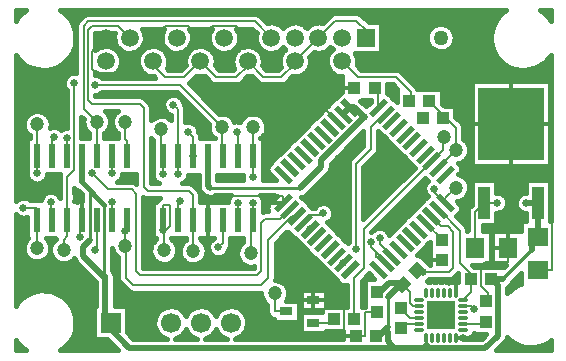
<source format=gbr>
G04 DipTrace 2.4.0.2*
%INTop.gbr*%
%MOIN*%
%ADD14C,0.007*%
%ADD16C,0.02*%
%ADD17C,0.014*%
%ADD18C,0.01*%
%ADD19C,0.015*%
%ADD20C,0.013*%
%ADD21R,0.0433X0.0394*%
%ADD22R,0.0394X0.0433*%
%ADD23R,0.063X0.0709*%
%ADD24R,0.0709X0.063*%
%ADD25C,0.05*%
%ADD26R,0.05X0.05*%
%ADD27R,0.0591X0.0591*%
%ADD28C,0.0591*%
%ADD29R,0.0669X0.0669*%
%ADD30C,0.0669*%
%ADD32R,0.0413X0.0256*%
%ADD33C,0.0472*%
%ADD35R,0.0394X0.1083*%
%ADD36R,0.2185X0.2421*%
%ADD38O,0.0118X0.0335*%
%ADD39O,0.0335X0.0118*%
%ADD40R,0.0965X0.0965*%
%ADD41R,0.0236X0.0787*%
%ADD42C,0.025*%
%FSLAX44Y44*%
G04*
G70*
G90*
G75*
G01*
%LNTop*%
%LPD*%
X17393Y12562D2*
D14*
X17437D1*
Y12875D1*
X16937Y13375D1*
X15675D1*
X15150Y13900D1*
X18937Y10937D2*
Y11687D1*
X18625Y12000D1*
X18062Y12562D1*
X18365Y10356D2*
Y10365D1*
X18937Y10937D1*
X18500Y12000D2*
X18625D1*
X14187Y5187D2*
X14768D1*
X14893Y5312D1*
X17697Y5341D2*
X17427D1*
X17098Y5669D1*
X4527Y9024D2*
X4984D1*
Y8622D1*
X4982Y7675D1*
X9676Y10137D2*
Y10726D1*
Y12295D1*
X9525Y12446D1*
X16361Y12361D2*
Y12870D1*
X16231Y13000D1*
X18479Y7934D2*
Y7960D1*
X17920Y8519D1*
X12906Y6163D2*
Y5561D1*
X13281D1*
X12906Y6163D2*
D3*
X15562Y5312D2*
Y6687D1*
X15875Y7000D1*
Y8311D1*
X18142Y10579D1*
Y10580D1*
X18500Y10937D1*
Y11312D1*
X18562Y11375D1*
X19193Y5144D2*
X19881D1*
X19962Y5225D1*
X18142Y8742D2*
Y8720D1*
X18452Y8410D1*
X18663D1*
X18849Y8224D1*
Y7002D1*
X18719Y6872D1*
X17708D1*
X17644Y6935D1*
X19555Y5626D2*
X19538D1*
X19430Y5734D1*
X19193D1*
X17644Y6935D2*
X17833Y6872D1*
X19455Y6642D2*
Y6193D1*
X19193Y5931D1*
X19455Y6642D2*
Y6806D1*
X19075Y7186D1*
Y8255D1*
X18365Y8964D1*
X18223Y9645D2*
Y9551D1*
X18588Y9187D1*
Y9338D1*
X18937Y9687D1*
X16105Y7873D2*
Y7713D1*
X16432Y7385D1*
X16285D1*
Y7533D1*
X16635Y7183D1*
X16583D1*
X16285Y7533D2*
Y7543D1*
X7927Y11868D2*
Y11304D1*
X7984Y11247D1*
Y10748D1*
X7927Y11868D2*
D3*
X6900Y7598D2*
X6984Y7682D1*
Y8622D1*
X10017Y11545D2*
X10176Y11386D1*
Y10726D1*
X12176Y9189D2*
Y8600D1*
X12105D1*
Y7502D1*
X14078Y8296D2*
D3*
X9176Y10137D2*
Y10726D1*
X14508Y8830D2*
Y8776D1*
X14086D1*
X13855Y8545D1*
Y8519D1*
X9176Y10726D2*
X9119D1*
Y11635D1*
X7928Y7745D2*
Y8230D1*
Y8622D1*
X7984D1*
X7928Y8230D1*
X13632Y8742D2*
X13492D1*
X12687Y7937D1*
Y6687D1*
X12437Y6437D1*
X8187D1*
X7937Y6687D1*
Y7736D1*
X7928Y7745D1*
X6819Y10160D2*
X7349Y9631D1*
X8130D1*
X8270Y9491D1*
Y6901D1*
X8410Y6761D1*
X12307D1*
X12447Y6901D1*
Y8509D1*
X12587Y8649D1*
X13064D1*
X13410Y8994D1*
Y8964D1*
X4984Y10748D2*
X4987Y11794D1*
X4984Y10160D2*
Y10748D1*
X12176Y11707D2*
Y10726D1*
Y10044D1*
X7484Y10748D2*
Y10160D1*
Y9211D2*
Y8849D1*
Y8622D1*
X5984Y10748D2*
Y11337D1*
X5549Y11372D2*
X5484Y11307D1*
Y10748D1*
X5436Y9211D2*
Y8897D1*
X5484Y8849D1*
Y8622D1*
X11630Y11558D2*
X11676Y11512D1*
Y10726D1*
X16404Y8001D2*
Y7816D1*
X16806Y7414D1*
Y7405D1*
X9736Y9229D2*
X9676Y9169D1*
Y8600D1*
X11676Y9189D2*
Y8600D1*
X9176D2*
Y9099D1*
X9406D1*
Y8405D1*
X9281Y8280D1*
X9176Y8600D1*
Y8280D1*
Y8184D1*
X9205Y8155D1*
Y7593D1*
X11025Y7697D2*
X11176Y7847D1*
Y8600D1*
X6984Y10748D2*
Y10975D1*
X6973Y10985D1*
Y11878D1*
X6542Y12310D1*
Y15087D1*
X6682Y15227D1*
X12247D1*
X12787Y14687D1*
X6214Y13174D2*
Y10275D1*
X5984Y10045D1*
Y8622D1*
Y8074D1*
X5868Y7958D1*
Y7616D1*
X6912Y13109D2*
X9750D1*
X11151Y11709D1*
Y10978D1*
X11176Y10952D1*
Y10726D1*
X10184Y7584D2*
X10176Y8600D1*
Y9441D1*
X10036Y9581D1*
X8679D1*
X8539Y9721D1*
Y12343D1*
X8399Y12483D1*
X6822D1*
X6682Y12623D1*
Y14947D1*
X6822Y15087D1*
X7663D1*
X8063Y14687D1*
X21687Y8039D2*
D16*
Y9175D1*
X21681Y9181D1*
X20125Y6642D2*
X20521D1*
D17*
X21474Y7596D1*
D16*
Y7827D1*
X21687Y8039D1*
X21681Y9181D2*
X21288D1*
X21281Y9175D1*
X17697Y5734D2*
D14*
X17517D1*
X17417Y5835D1*
Y6216D1*
X17171Y6462D1*
X17953Y4691D2*
D18*
Y4448D1*
D16*
X18055Y4346D1*
X19928D1*
X20330Y4748D1*
Y6437D1*
X20125Y6642D1*
X17171Y6462D2*
X17100D1*
X16688Y6051D1*
D18*
Y5051D1*
D16*
X16520Y4883D1*
X16664D1*
Y4576D1*
X16894Y4346D1*
X18055D1*
X7437Y5187D2*
Y4971D1*
X8061Y4346D1*
X16894D1*
X15191Y12138D2*
X15414Y12361D1*
X15552D1*
X15874Y12038D1*
X16268Y4748D2*
X16385D1*
X16520Y4883D1*
X16306Y6225D2*
X16419D1*
X16714Y6520D1*
X17114D1*
X17171Y6462D1*
X15874Y12038D2*
X14456Y10621D1*
Y10383D1*
X13762Y9688D1*
D18*
X10740D1*
D16*
X10676Y9752D1*
Y10726D1*
X7437Y5187D2*
Y5288D1*
X7254Y5472D1*
Y6741D1*
D18*
X7225D1*
Y9122D1*
D19*
X6484Y9863D1*
D16*
Y10748D1*
D14*
X6448D1*
Y9905D1*
X6738Y9616D1*
D18*
Y7932D1*
D16*
X6529Y7723D1*
Y7410D1*
X7258Y6680D1*
D14*
Y5187D1*
X7437D1*
X19585Y7687D2*
Y8880D1*
X19886Y9181D1*
X15937Y14687D2*
Y14937D1*
X15625Y15250D1*
X14925D1*
X14362Y14687D1*
X13575Y13900D1*
Y13825D1*
X13125Y13375D1*
X12525D1*
X12000Y13900D1*
Y13750D1*
X11625Y13375D1*
X10950D1*
X10425Y13900D1*
X10400D1*
X9875Y13375D1*
X9250D1*
X8724Y13900D1*
X8850D1*
X19886Y9181D2*
X20306D1*
X20312Y9187D1*
X10676Y7131D2*
Y8600D1*
X16306Y5556D2*
X15921D1*
Y4748D1*
X15599D1*
X20000Y5856D2*
Y6178D1*
X19777Y6401D1*
Y7062D1*
X19917Y7202D1*
X20687D1*
Y7687D1*
X14362Y13900D2*
Y13140D1*
X14502Y13000D1*
X14861D1*
X15562D1*
X8850Y14687D2*
X9251Y15087D1*
X10025D1*
X10425Y14687D1*
X7276D2*
X6822Y14233D1*
Y13639D1*
X6962Y13499D1*
X7663D1*
X8063Y13900D1*
X18437Y13687D2*
X16996D1*
X16784Y13900D1*
X15937D1*
X17098Y5000D2*
D3*
X20687Y7687D2*
X20188D1*
Y8290D1*
X20328Y8430D1*
X20783D1*
Y8290D1*
X21013D1*
Y9827D1*
X21153Y9967D1*
X22150D1*
Y6937D1*
X21687D1*
X6412Y8034D2*
Y8325D1*
X6484Y8396D1*
Y8622D1*
X19191Y4691D2*
X18937D1*
X14187Y12226D2*
X14466D1*
X14636D1*
X14969Y11893D1*
Y11915D1*
X10676Y8600D2*
Y9283D1*
X10816Y9423D1*
X13187D1*
Y9187D1*
X15191Y5935D2*
X14187D1*
X15599Y4748D2*
X15214D1*
Y5912D1*
X15191Y5935D1*
X20783Y8430D2*
Y11819D1*
X10425Y14687D2*
X10825Y15087D1*
X11600D1*
X12000Y14687D1*
X17098Y5000D2*
Y5144D1*
X17697D1*
X18707Y6549D2*
X18812D1*
X18937Y6424D1*
Y6187D1*
X18479Y7264D2*
D3*
X19962Y5894D2*
X20000D1*
Y5856D1*
X15599Y4748D2*
D3*
X17830Y12000D2*
D3*
X15191Y7183D2*
D3*
X14466Y12226D2*
Y12604D1*
X14861Y13000D1*
X15617Y7643D2*
Y10475D1*
X16104Y10963D1*
Y11705D1*
X16252Y11853D1*
X16262D1*
X16583Y12174D1*
Y12138D1*
D42*
X20312Y9187D3*
X18223Y9645D3*
X21281Y9175D3*
X15874Y12038D3*
X4527Y9024D3*
X9525Y12446D3*
X9676Y10137D3*
X12906Y6163D3*
X19555Y5626D3*
X17833Y6872D3*
X16105Y7873D3*
X7927Y11868D3*
X6900Y7598D3*
X10176Y10726D3*
X10017Y11545D3*
X14078Y8296D3*
X12176Y9189D3*
X14508Y8830D3*
X9176Y10137D3*
X7928Y8230D3*
X6819Y10160D3*
X4984D3*
X12176Y10044D3*
X7484Y10160D3*
Y9211D3*
X5984Y11337D3*
X5549Y11372D3*
X5436Y9211D3*
X11630Y11558D3*
X16404Y8001D3*
X9736Y9229D3*
X11676Y9189D3*
X9176Y8280D3*
X11025Y7697D3*
X6214Y13174D3*
X6912Y13109D3*
X15874Y12038D3*
X21281Y9175D3*
X14187Y12226D3*
X15191Y5935D3*
Y7183D3*
X10676Y7131D3*
X18479Y7264D3*
X20000Y5856D3*
X17098Y5000D3*
X15599Y4748D3*
X6412Y8034D3*
X18707Y6549D3*
X19191Y4691D3*
X17830Y12000D3*
X15617Y7643D3*
X4287Y15453D2*
D19*
X4418D1*
X5957D2*
X6571D1*
X12358D2*
X14772D1*
X15777D2*
X20416D1*
X21958D2*
X22087D1*
X6083Y15305D2*
X6396D1*
X12533D2*
X14618D1*
X15932D2*
X20292D1*
X6170Y15156D2*
X6290D1*
X12993D2*
X13371D1*
X13780D2*
X14156D1*
X16457D2*
X20203D1*
X6229Y15007D2*
X6281D1*
X16457D2*
X18091D1*
X18784D2*
X20144D1*
X8554Y14859D2*
X9147D1*
X10129D2*
X10722D1*
X11704D2*
X12253D1*
X16457D2*
X17995D1*
X18880D2*
X20109D1*
X6944Y14710D2*
X7542D1*
X8584D2*
X9117D1*
X10159D2*
X10692D1*
X11734D2*
X12267D1*
X16457D2*
X17962D1*
X18913D2*
X20095D1*
X6944Y14561D2*
X7558D1*
X8568D2*
X9133D1*
X10143D2*
X10708D1*
X11718D2*
X12283D1*
X16457D2*
X17978D1*
X18894D2*
X20104D1*
X6944Y14413D2*
X7624D1*
X8502D2*
X9199D1*
X10077D2*
X10771D1*
X11652D2*
X12346D1*
X16457D2*
X18051D1*
X18822D2*
X20132D1*
X6191Y14264D2*
X6280D1*
X7642D2*
X7771D1*
X8355D2*
X8484D1*
X9217D2*
X9344D1*
X9930D2*
X10059D1*
X10792D2*
X10919D1*
X11505D2*
X11634D1*
X12367D2*
X12494D1*
X13080D2*
X13209D1*
X14655D2*
X14784D1*
X16457D2*
X18239D1*
X18634D2*
X20182D1*
X6114Y14115D2*
X6281D1*
X7748D2*
X8378D1*
X9323D2*
X9953D1*
X10898D2*
X11526D1*
X12473D2*
X13101D1*
X14153D2*
X14676D1*
X15623D2*
X20261D1*
X4287Y13966D2*
X4373D1*
X6001D2*
X6281D1*
X7792D2*
X8334D1*
X9367D2*
X9909D1*
X10942D2*
X11484D1*
X12517D2*
X13059D1*
X14092D2*
X14634D1*
X15667D2*
X20374D1*
X22002D2*
X22088D1*
X4287Y13818D2*
X4537D1*
X5837D2*
X6281D1*
X7790D2*
X8336D1*
X9365D2*
X9911D1*
X10940D2*
X11486D1*
X12515D2*
X13061D1*
X14090D2*
X14636D1*
X15665D2*
X20538D1*
X21836D2*
X22087D1*
X4287Y13669D2*
X4823D1*
X5551D2*
X6281D1*
X7741D2*
X8386D1*
X9318D2*
X9806D1*
X11019D2*
X11536D1*
X12592D2*
X13057D1*
X14041D2*
X14683D1*
X15742D2*
X20824D1*
X21552D2*
X22087D1*
X4287Y13520D2*
X6281D1*
X7626D2*
X8500D1*
X13926D2*
X14800D1*
X17153D2*
X22087D1*
X4287Y13372D2*
X5927D1*
X7136D2*
X8889D1*
X10234D2*
X10591D1*
X11985D2*
X12166D1*
X13485D2*
X15119D1*
X17303D2*
X22087D1*
X4287Y13223D2*
X5866D1*
X10087D2*
X10739D1*
X11835D2*
X12314D1*
X13335D2*
X15119D1*
X17451D2*
X19464D1*
X4287Y13074D2*
X5878D1*
X10148D2*
X15119D1*
X16673D2*
X16875D1*
X17601D2*
X19464D1*
X4287Y12926D2*
X5953D1*
X10298D2*
X15119D1*
X16673D2*
X16950D1*
X18505D2*
X19464D1*
X4287Y12777D2*
X5953D1*
X6974D2*
X9454D1*
X9598D2*
X9719D1*
X10445D2*
X15016D1*
X16759D2*
X16950D1*
X18505D2*
X19464D1*
X4287Y12628D2*
X5953D1*
X8617D2*
X9229D1*
X9822D2*
X9869D1*
X10593D2*
X14871D1*
X16905D2*
X16951D1*
X18505D2*
X19464D1*
X4287Y12480D2*
X5953D1*
X8758D2*
X9175D1*
X9873D2*
X10017D1*
X10743D2*
X14718D1*
X15887D2*
X16026D1*
X18508D2*
X19464D1*
X4287Y12331D2*
X5953D1*
X8800D2*
X9194D1*
X9934D2*
X10167D1*
X10891D2*
X14571D1*
X18941D2*
X19464D1*
X4287Y12182D2*
X4750D1*
X5223D2*
X5953D1*
X7316D2*
X7593D1*
X8800D2*
X9302D1*
X9937D2*
X10314D1*
X11041D2*
X14425D1*
X18941D2*
X19464D1*
X4287Y12034D2*
X4596D1*
X5380D2*
X5953D1*
X7408D2*
X7497D1*
X8800D2*
X8901D1*
X9337D2*
X9414D1*
X9937D2*
X10464D1*
X11472D2*
X11857D1*
X12496D2*
X14273D1*
X18953D2*
X19464D1*
X4287Y11885D2*
X4535D1*
X5439D2*
X5953D1*
X9937D2*
X10612D1*
X12601D2*
X14123D1*
X19101D2*
X19464D1*
X4287Y11736D2*
X4530D1*
X5446D2*
X5953D1*
X6475D2*
X6533D1*
X7412D2*
X7486D1*
X10307D2*
X10689D1*
X12637D2*
X13978D1*
X19192D2*
X19464D1*
X4287Y11587D2*
X4575D1*
X6475D2*
X6618D1*
X7328D2*
X7565D1*
X10366D2*
X10706D1*
X12623D2*
X13828D1*
X19197D2*
X19464D1*
X4287Y11439D2*
X4701D1*
X6475D2*
X6712D1*
X7234D2*
X7666D1*
X10431D2*
X10778D1*
X12550D2*
X13678D1*
X15728D2*
X15843D1*
X16366D2*
X16471D1*
X19197D2*
X19464D1*
X4287Y11290D2*
X4640D1*
X12519D2*
X13532D1*
X15580D2*
X15843D1*
X16366D2*
X16617D1*
X19227D2*
X19464D1*
X4287Y11141D2*
X4640D1*
X12519D2*
X13380D1*
X15433D2*
X15843D1*
X16366D2*
X16767D1*
X19349D2*
X19464D1*
X4287Y10993D2*
X4640D1*
X12519D2*
X13232D1*
X15283D2*
X15771D1*
X16366D2*
X16914D1*
X19396D2*
X19466D1*
X4287Y10844D2*
X4640D1*
X12519D2*
X13087D1*
X15135D2*
X15623D1*
X16335D2*
X17062D1*
X19389D2*
X19465D1*
X4287Y10695D2*
X4640D1*
X12519D2*
X12935D1*
X14985D2*
X15473D1*
X16199D2*
X17212D1*
X19328D2*
X19464D1*
X4287Y10547D2*
X4640D1*
X12519D2*
X12785D1*
X14837D2*
X15365D1*
X16051D2*
X17362D1*
X19169D2*
X19464D1*
X4287Y10398D2*
X4640D1*
X12519D2*
X12658D1*
X14781D2*
X15356D1*
X15901D2*
X17510D1*
X19117D2*
X19464D1*
X4287Y10249D2*
X4640D1*
X12519D2*
X12651D1*
X14753D2*
X15356D1*
X15878D2*
X17451D1*
X19124D2*
X22087D1*
X4287Y10101D2*
X4638D1*
X5329D2*
X5730D1*
X7830D2*
X8278D1*
X10026D2*
X10350D1*
X11001D2*
X11831D1*
X12522D2*
X12768D1*
X14629D2*
X15356D1*
X15878D2*
X17301D1*
X19122D2*
X22087D1*
X4287Y9952D2*
X4706D1*
X5263D2*
X5723D1*
X7762D2*
X8278D1*
X8800D2*
X8879D1*
X9972D2*
X10350D1*
X11001D2*
X11838D1*
X12515D2*
X12916D1*
X14481D2*
X15356D1*
X15878D2*
X17153D1*
X17877D2*
X17955D1*
X19312D2*
X22087D1*
X4287Y9803D2*
X5723D1*
X10157D2*
X10350D1*
X14331D2*
X15356D1*
X15878D2*
X17003D1*
X17730D2*
X17913D1*
X19384D2*
X19464D1*
X20308D2*
X21257D1*
X4287Y9655D2*
X5723D1*
X14183D2*
X15356D1*
X15878D2*
X16856D1*
X17580D2*
X17873D1*
X19398D2*
X19462D1*
X20308D2*
X21257D1*
X4287Y9506D2*
X5259D1*
X5612D2*
X5723D1*
X6245D2*
X6421D1*
X14033D2*
X15356D1*
X15878D2*
X16706D1*
X17432D2*
X17903D1*
X19361D2*
X19462D1*
X20432D2*
X21211D1*
X4287Y9357D2*
X4467D1*
X4586D2*
X5118D1*
X6245D2*
X6461D1*
X10436D2*
X11369D1*
X12482D2*
X12904D1*
X13832D2*
X15356D1*
X15878D2*
X16558D1*
X17284D2*
X17943D1*
X19253D2*
X19462D1*
X20617D2*
X20986D1*
X8530Y9208D2*
X8941D1*
X10436D2*
X11325D1*
X12526D2*
X12757D1*
X13980D2*
X15356D1*
X15878D2*
X16408D1*
X17134D2*
X17796D1*
X19019D2*
X19462D1*
X20662D2*
X20932D1*
X8530Y9060D2*
X8831D1*
X12519D2*
X12649D1*
X14127D2*
X14250D1*
X14767D2*
X15356D1*
X15878D2*
X16261D1*
X16987D2*
X17648D1*
X19126D2*
X19401D1*
X20638D2*
X20950D1*
X8530Y8911D2*
X8831D1*
X12519D2*
X12663D1*
X14849D2*
X15356D1*
X15878D2*
X16113D1*
X16837D2*
X17498D1*
X19110D2*
X19326D1*
X20519D2*
X21058D1*
X8530Y8762D2*
X8831D1*
X14851D2*
X15356D1*
X15878D2*
X15963D1*
X16689D2*
X17348D1*
X18976D2*
X19324D1*
X20308D2*
X21257D1*
X4287Y8614D2*
X4640D1*
X8530D2*
X8831D1*
X14781D2*
X15356D1*
X16539D2*
X17200D1*
X19077D2*
X19324D1*
X20308D2*
X21257D1*
X4287Y8465D2*
X4640D1*
X8530D2*
X8831D1*
X14723D2*
X15356D1*
X16391D2*
X17053D1*
X19227D2*
X19326D1*
X20308D2*
X21107D1*
X4287Y8316D2*
X4640D1*
X8530D2*
X8826D1*
X14873D2*
X15356D1*
X16534D2*
X16903D1*
X19846D2*
X21107D1*
X4287Y8168D2*
X4640D1*
X8530D2*
X8831D1*
X13281D2*
X13392D1*
X15020D2*
X15356D1*
X4287Y8019D2*
X4640D1*
X8530D2*
X8831D1*
X13131D2*
X13549D1*
X15170D2*
X15356D1*
X4287Y7870D2*
X4565D1*
X5399D2*
X5484D1*
X8530D2*
X8840D1*
X9571D2*
X9825D1*
X10541D2*
X10722D1*
X11437D2*
X11838D1*
X12983D2*
X13689D1*
X4287Y7722D2*
X4523D1*
X8530D2*
X8763D1*
X9648D2*
X9743D1*
X10623D2*
X10677D1*
X11401D2*
X11702D1*
X12948D2*
X13837D1*
X17936D2*
X18056D1*
X4287Y7573D2*
X4532D1*
X8530D2*
X8744D1*
X9667D2*
X9722D1*
X10644D2*
X10697D1*
X11352D2*
X11648D1*
X12948D2*
X13996D1*
X17779D2*
X18056D1*
X4287Y7424D2*
X4596D1*
X5366D2*
X5448D1*
X7501D2*
X7603D1*
X8530D2*
X8777D1*
X9634D2*
X9752D1*
X10616D2*
X10814D1*
X11237D2*
X11650D1*
X12948D2*
X14135D1*
X17748D2*
X18056D1*
X4287Y7276D2*
X4767D1*
X5198D2*
X5564D1*
X6173D2*
X6232D1*
X7501D2*
X7675D1*
X8530D2*
X8875D1*
X9536D2*
X9846D1*
X10523D2*
X11704D1*
X12948D2*
X14285D1*
X17924D2*
X18056D1*
X4287Y7127D2*
X6356D1*
X7501D2*
X7675D1*
X8530D2*
X11847D1*
X12948D2*
X14442D1*
X4287Y6978D2*
X6506D1*
X7501D2*
X7675D1*
X12948D2*
X14582D1*
X4287Y6829D2*
X6653D1*
X7567D2*
X7675D1*
X12948D2*
X14730D1*
X4287Y6681D2*
X6803D1*
X7583D2*
X7675D1*
X12948D2*
X14889D1*
X15918D2*
X16188D1*
X18887D2*
X19012D1*
X20971D2*
X21107D1*
X4287Y6532D2*
X6928D1*
X7579D2*
X7732D1*
X13173D2*
X15028D1*
X15822D2*
X15883D1*
X20826D2*
X21107D1*
X4287Y6383D2*
X6928D1*
X7579D2*
X7877D1*
X13309D2*
X15302D1*
X15822D2*
X15883D1*
X20708D2*
X20911D1*
X4287Y6235D2*
X4926D1*
X5448D2*
X6928D1*
X7579D2*
X8032D1*
X13361D2*
X13755D1*
X14619D2*
X15302D1*
X15822D2*
X15883D1*
X20655D2*
X20701D1*
X4287Y6086D2*
X4579D1*
X5793D2*
X6928D1*
X7579D2*
X12450D1*
X13361D2*
X13755D1*
X14619D2*
X15302D1*
X15822D2*
X15883D1*
X4287Y5937D2*
X4401D1*
X5973D2*
X6928D1*
X7579D2*
X12503D1*
X13307D2*
X13755D1*
X14619D2*
X15302D1*
X15822D2*
X15883D1*
X6095Y5789D2*
X6928D1*
X7579D2*
X12644D1*
X14619D2*
X15302D1*
X15822D2*
X15883D1*
X6177Y5640D2*
X6876D1*
X7998D2*
X9119D1*
X9756D2*
X10118D1*
X10757D2*
X11118D1*
X11755D2*
X12644D1*
X6233Y5491D2*
X6876D1*
X7998D2*
X8969D1*
X9904D2*
X9970D1*
X10905D2*
X10968D1*
X11905D2*
X12656D1*
X6266Y5343D2*
X6876D1*
X7998D2*
X8899D1*
X11976D2*
X12778D1*
X6278Y5194D2*
X6876D1*
X7998D2*
X8878D1*
X11997D2*
X13755D1*
X6269Y5045D2*
X6876D1*
X7998D2*
X8896D1*
X11978D2*
X13755D1*
X6238Y4896D2*
X6876D1*
X7998D2*
X8960D1*
X9913D2*
X9960D1*
X11915D2*
X13755D1*
X14619D2*
X15157D1*
X6184Y4748D2*
X6876D1*
X8113D2*
X9098D1*
X9775D2*
X10099D1*
X10776D2*
X11100D1*
X11776D2*
X15157D1*
X19499D2*
X19875D1*
X6105Y4599D2*
X7354D1*
X20617D2*
X20746D1*
X4287Y4450D2*
X4387D1*
X5987D2*
X7502D1*
X20488D2*
X20993D1*
X21883D2*
X22087D1*
X4287Y4302D2*
X4561D1*
X5814D2*
X7652D1*
X20338D2*
X22087D1*
X15989Y12592D2*
X15759D1*
X15959Y12393D1*
X16115Y12553D1*
Y12593D1*
X15804Y12594D1*
X15135Y12867D2*
Y13394D1*
X15045Y13404D1*
X14974Y13425D1*
X14905Y13456D1*
X14843Y13497D1*
X14787Y13547D1*
X14738Y13604D1*
X14699Y13668D1*
X14670Y13737D1*
X14651Y13810D1*
X14644Y13884D1*
X14647Y13959D1*
X14661Y14033D1*
X14686Y14103D1*
X14721Y14170D1*
X14766Y14230D1*
X14832Y14293D1*
X14758Y14368D1*
X14681Y14294D1*
X14620Y14251D1*
X14553Y14218D1*
X14481Y14195D1*
X14407Y14183D1*
X14332Y14182D1*
X14224Y14201D1*
X14060Y14037D1*
X14080Y13930D1*
X14075Y13825D1*
X14059Y13752D1*
X14032Y13682D1*
X13995Y13617D1*
X13948Y13558D1*
X13894Y13507D1*
X13832Y13464D1*
X13765Y13431D1*
X13694Y13408D1*
X13620Y13395D1*
X13545Y13394D1*
X13496Y13401D1*
X13298Y13201D1*
X13238Y13156D1*
X13147Y13130D1*
X12525Y13129D1*
X12451Y13140D1*
X12368Y13185D1*
X12137Y13414D1*
X12045Y13395D1*
X11991D1*
X11798Y13201D1*
X11738Y13156D1*
X11647Y13130D1*
X10950Y13129D1*
X10876Y13140D1*
X10793Y13185D1*
X10563Y13414D1*
X10470Y13395D1*
X10395Y13394D1*
X10321Y13404D1*
X10269Y13419D1*
X10033Y13187D1*
X10030Y13177D1*
X11059Y12148D1*
X11143Y12156D1*
X11218Y12151D1*
X11291Y12133D1*
X11360Y12104D1*
X11423Y12063D1*
X11478Y12013D1*
X11525Y11954D1*
X11561Y11886D1*
X11622Y11894D1*
X11696Y11887D1*
X11761Y11867D1*
X11795Y11940D1*
X11839Y12001D1*
X11893Y12053D1*
X11955Y12096D1*
X12023Y12127D1*
X12095Y12147D1*
X12169Y12154D1*
X12244Y12149D1*
X12317Y12132D1*
X12386Y12102D1*
X12449Y12062D1*
X12504Y12011D1*
X12550Y11952D1*
X12586Y11887D1*
X12610Y11816D1*
X12624Y11707D1*
X12617Y11633D1*
X12599Y11560D1*
X12568Y11492D1*
X12527Y11429D1*
X12475Y11375D1*
X12422Y11330D1*
X12505Y11331D1*
X12503Y10122D1*
X12512Y10044D1*
X12497Y9950D1*
X12936Y9949D1*
X12718Y10165D1*
X12675Y10227D1*
X12657Y10299D1*
X12664Y10373D1*
X12699Y10442D1*
X12859Y10604D1*
X12893Y10631D1*
X12993Y10739D1*
X13113Y10853D1*
X13163Y10909D1*
X13336Y11076D1*
X13386Y11132D1*
X13559Y11298D1*
X13609Y11354D1*
X13782Y11521D1*
X13831Y11577D1*
X14004Y11744D1*
X14054Y11800D1*
X14227Y11967D1*
X14277Y12023D1*
X14450Y12189D1*
X14487Y12232D1*
X14661Y12404D1*
X14687Y12420D1*
X14722Y12468D1*
X14895Y12635D1*
X14945Y12691D1*
X15118Y12857D1*
X15120Y12858D1*
X16659Y13128D2*
Y12857D1*
X16744Y12777D1*
X16857Y12657D1*
X16913Y12607D1*
X16965Y12556D1*
Y12970D1*
X16996D1*
X16834Y13130D1*
X16658Y13129D1*
X18071Y7118D2*
Y7869D1*
X17993Y7799D1*
X17943Y7743D1*
X17770Y7577D1*
X17721Y7521D1*
X17643Y7438D1*
X17717Y7430D1*
X17785Y7396D1*
X17966Y7218D1*
X18068Y7117D1*
X19941Y4797D2*
X19554D1*
Y4851D1*
X19531Y4804D1*
X19483Y4747D1*
X19421Y4705D1*
X19350Y4681D1*
X19301Y4677D1*
X19205D1*
X19207Y4657D1*
X19801D1*
X19939Y4797D1*
X15172Y4657D2*
X15170Y4904D1*
X14605D1*
Y4848D1*
X13769D1*
Y5526D1*
X14465D1*
Y5596D1*
X13769D1*
Y6274D1*
X14605D1*
Y5719D1*
X15315Y5720D1*
X15316Y6444D1*
X15280Y6434D1*
X15205Y6431D1*
X15134Y6453D1*
X15084Y6491D1*
X14917Y6664D1*
X14874Y6701D1*
X14702Y6875D1*
X14686Y6900D1*
X14639Y6936D1*
X14472Y7109D1*
X14416Y7159D1*
X14249Y7332D1*
X14193Y7381D1*
X14026Y7555D1*
X13970Y7604D1*
X13804Y7777D1*
X13748Y7827D1*
X13581Y8000D1*
X13525Y8050D1*
X13358Y8223D1*
X13294Y8196D1*
X12931Y7834D1*
X12933Y7037D1*
Y6687D1*
X12921Y6611D1*
X13046Y6587D1*
X13115Y6558D1*
X13178Y6517D1*
X13233Y6467D1*
X13280Y6408D1*
X13315Y6342D1*
X13339Y6271D1*
X13353Y6163D1*
X13347Y6088D1*
X13328Y6015D1*
X13297Y5947D1*
X13265Y5898D1*
X13699Y5900D1*
Y5222D1*
X12864D1*
Y5318D1*
X12774Y5353D1*
X12718Y5402D1*
X12679Y5466D1*
X12660Y5561D1*
Y5788D1*
X12592Y5844D1*
X12543Y5901D1*
X12505Y5965D1*
X12477Y6035D1*
X12462Y6108D1*
X12460Y6192D1*
X10187Y6191D1*
X8187D1*
X8113Y6202D1*
X8030Y6248D1*
X7763Y6513D1*
X7719Y6573D1*
X7692Y6664D1*
X7691Y7364D1*
X7615Y7426D1*
X7566Y7483D1*
X7527Y7547D1*
X7500Y7617D1*
X7486Y7683D1*
Y6949D1*
X7528Y6887D1*
X7555Y6817D1*
X7569Y6699D1*
X7565Y6516D1*
X7566Y5733D1*
X7983D1*
Y4863D1*
X8189Y4658D1*
X9306Y4657D1*
X9248Y4675D1*
X9180Y4706D1*
X9116Y4746D1*
X9059Y4794D1*
X9008Y4849D1*
X8966Y4911D1*
X8933Y4979D1*
X8909Y5050D1*
X8895Y5123D1*
X8892Y5198D1*
X8898Y5273D1*
X8915Y5346D1*
X8942Y5416D1*
X8978Y5481D1*
X9022Y5542D1*
X9075Y5595D1*
X9134Y5641D1*
X9199Y5678D1*
X9269Y5706D1*
X9342Y5724D1*
X9416Y5732D1*
X9491Y5730D1*
X9565Y5717D1*
X9636Y5695D1*
X9704Y5663D1*
X9767Y5622D1*
X9823Y5572D1*
X9872Y5516D1*
X9913Y5453D1*
X9936Y5404D1*
X9978Y5481D1*
X10022Y5542D1*
X10075Y5595D1*
X10134Y5641D1*
X10199Y5678D1*
X10269Y5706D1*
X10342Y5724D1*
X10416Y5732D1*
X10491Y5730D1*
X10565Y5717D1*
X10636Y5695D1*
X10704Y5663D1*
X10767Y5622D1*
X10823Y5572D1*
X10872Y5516D1*
X10913Y5453D1*
X10936Y5404D1*
X10978Y5481D1*
X11022Y5542D1*
X11075Y5595D1*
X11134Y5641D1*
X11199Y5678D1*
X11269Y5706D1*
X11342Y5724D1*
X11416Y5732D1*
X11491Y5730D1*
X11565Y5717D1*
X11636Y5695D1*
X11704Y5663D1*
X11767Y5622D1*
X11823Y5572D1*
X11872Y5516D1*
X11913Y5453D1*
X11945Y5385D1*
X11968Y5314D1*
X11983Y5187D1*
X11977Y5112D1*
X11962Y5039D1*
X11937Y4968D1*
X11902Y4902D1*
X11859Y4841D1*
X11807Y4786D1*
X11749Y4739D1*
X11685Y4701D1*
X11616Y4672D1*
X11564Y4657D1*
X15170D1*
X15898Y5720D2*
Y6652D1*
X16229D1*
X16053Y6830D1*
X15808Y6585D1*
X15810Y5720D1*
X15896D1*
X15898Y5947D1*
X20176Y8252D2*
X21122D1*
Y8565D1*
X21274D1*
X21273Y8839D1*
X21210Y8846D1*
X21139Y8870D1*
X21075Y8910D1*
X21021Y8962D1*
X20981Y9025D1*
X20955Y9095D1*
X20946Y9169D1*
X20953Y9244D1*
X20976Y9315D1*
X21015Y9379D1*
X21067Y9433D1*
X21129Y9474D1*
X21199Y9500D1*
X21276Y9510D1*
X21273Y9854D1*
Y9933D1*
X22089D1*
Y8567D1*
X22104Y8565D1*
X22102Y9297D1*
X22100Y14118D1*
X22012Y13996D1*
X21908Y13888D1*
X21791Y13796D1*
X21661Y13721D1*
X21522Y13664D1*
X21377Y13628D1*
X21228Y13611D1*
X21078Y13616D1*
X20930Y13642D1*
X20787Y13688D1*
X20653Y13753D1*
X20528Y13836D1*
X20416Y13936D1*
X20319Y14050D1*
X20239Y14177D1*
X20178Y14314D1*
X20135Y14457D1*
X20114Y14606D1*
X20113Y14756D1*
X20133Y14904D1*
X20173Y15049D1*
X20233Y15186D1*
X20312Y15313D1*
X20407Y15429D1*
X20518Y15530D1*
X20620Y15601D1*
X17827Y15602D1*
X5754D1*
X5841Y15542D1*
X5953Y15443D1*
X6051Y15329D1*
X6132Y15203D1*
X6194Y15066D1*
X6237Y14923D1*
X6260Y14775D1*
X6261Y14612D1*
X6240Y14464D1*
X6199Y14320D1*
X6138Y14183D1*
X6059Y14055D1*
X5962Y13940D1*
X5851Y13840D1*
X5727Y13756D1*
X5592Y13690D1*
X5450Y13643D1*
X5302Y13617D1*
X5153Y13611D1*
X5004Y13626D1*
X4858Y13662D1*
X4719Y13718D1*
X4589Y13792D1*
X4470Y13884D1*
X4366Y13991D1*
X4271Y14122D1*
X4272Y10277D1*
Y9243D1*
X4312Y9283D1*
X4374Y9324D1*
X4444Y9350D1*
X4519Y9360D1*
X4593Y9354D1*
X4664Y9331D1*
X4729Y9293D1*
X4751Y9272D1*
X4984Y9270D1*
X5047Y9262D1*
X5107Y9280D1*
X5130Y9351D1*
X5169Y9416D1*
X5221Y9469D1*
X5283Y9511D1*
X5353Y9537D1*
X5428Y9547D1*
X5502Y9540D1*
X5573Y9518D1*
X5638Y9479D1*
X5692Y9428D1*
X5738Y9355D1*
Y10045D1*
X5756Y10138D1*
X5738Y10144D1*
X5318D1*
X5311Y10085D1*
X5287Y10015D1*
X5247Y9951D1*
X5194Y9898D1*
X5131Y9858D1*
X5061Y9833D1*
X4987Y9824D1*
X4912Y9832D1*
X4841Y9856D1*
X4777Y9895D1*
X4724Y9947D1*
X4683Y10010D1*
X4657Y10080D1*
X4648Y10154D1*
X4655Y10294D1*
Y11353D1*
X4742D1*
X4731Y11427D1*
X4674Y11475D1*
X4625Y11532D1*
X4586Y11596D1*
X4559Y11666D1*
X4543Y11739D1*
X4541Y11814D1*
X4550Y11888D1*
X4572Y11960D1*
X4606Y12027D1*
X4650Y12087D1*
X4704Y12139D1*
X4765Y12182D1*
X4833Y12213D1*
X4906Y12233D1*
X4980Y12241D1*
X5055Y12236D1*
X5128Y12218D1*
X5197Y12189D1*
X5260Y12148D1*
X5315Y12098D1*
X5361Y12039D1*
X5397Y11973D1*
X5421Y11902D1*
X5434Y11794D1*
X5428Y11719D1*
X5418Y11680D1*
X5467Y11698D1*
X5541Y11708D1*
X5616Y11701D1*
X5687Y11679D1*
X5751Y11640D1*
X5787Y11607D1*
X5832Y11637D1*
X5902Y11663D1*
X5969Y11672D1*
X5968Y12944D1*
X5913Y13024D1*
X5887Y13094D1*
X5878Y13169D1*
X5885Y13243D1*
X5909Y13314D1*
X5947Y13378D1*
X5999Y13432D1*
X6062Y13473D1*
X6132Y13500D1*
X6206Y13510D1*
X6296Y13498D1*
Y15087D1*
X6307Y15161D1*
X6353Y15245D1*
X6508Y15401D1*
X6568Y15445D1*
X6659Y15472D1*
X8932Y15473D1*
X12247D1*
X12321Y15462D1*
X12404Y15416D1*
X12648Y15174D1*
X12727Y15190D1*
X12802Y15193D1*
X12877Y15185D1*
X12949Y15167D1*
X13018Y15138D1*
X13082Y15099D1*
X13140Y15051D1*
X13182Y15003D1*
X13244Y15070D1*
X13304Y15115D1*
X13370Y15150D1*
X13441Y15175D1*
X13515Y15190D1*
X13589Y15193D1*
X13664Y15185D1*
X13737Y15167D1*
X13806Y15138D1*
X13870Y15099D1*
X13927Y15051D1*
X13969Y15003D1*
X14031Y15070D1*
X14092Y15115D1*
X14158Y15150D1*
X14228Y15175D1*
X14302Y15190D1*
X14377Y15193D1*
X14451Y15185D1*
X14499Y15173D1*
X14751Y15423D1*
X14811Y15468D1*
X14902Y15494D1*
X15625Y15495D1*
X15698Y15484D1*
X15782Y15439D1*
X16031Y15193D1*
X16443D1*
Y14181D1*
X15569D1*
X15593Y14144D1*
X15624Y14076D1*
X15645Y14004D1*
X15656Y13900D1*
X15650Y13825D1*
X15636Y13763D1*
X15776Y13621D1*
X16937Y13620D1*
X17011Y13609D1*
X17094Y13564D1*
X17611Y13048D1*
X17656Y12986D1*
X17710Y12970D1*
X18489D1*
Y12480D1*
X18566Y12406D1*
X18927Y12407D1*
Y12044D1*
X19111Y11861D1*
X19155Y11801D1*
X19182Y11710D1*
X19183Y11310D1*
X19265Y11241D1*
X19311Y11182D1*
X19347Y11116D1*
X19371Y11045D1*
X19384Y10937D1*
X19378Y10862D1*
X19359Y10790D1*
X19329Y10721D1*
X19287Y10659D1*
X19236Y10604D1*
X19176Y10559D1*
X19110Y10525D1*
X19022Y10499D1*
X19057Y10464D1*
X19100Y10402D1*
X19118Y10330D1*
X19111Y10256D1*
X19076Y10187D1*
X19019Y10127D1*
X19077Y10112D1*
X19146Y10082D1*
X19209Y10042D1*
X19265Y9991D1*
X19311Y9932D1*
X19347Y9866D1*
X19371Y9795D1*
X19384Y9687D1*
X19378Y9612D1*
X19359Y9540D1*
X19329Y9471D1*
X19287Y9409D1*
X19236Y9354D1*
X19176Y9309D1*
X19110Y9275D1*
X19038Y9252D1*
X18971Y9242D1*
X19057Y9155D1*
X19100Y9094D1*
X19118Y9022D1*
X19111Y8947D1*
X19076Y8879D1*
X18938Y8737D1*
X19249Y8428D1*
X19293Y8368D1*
X19320Y8277D1*
X19321Y8252D1*
X19339Y8287D1*
Y8880D1*
X19350Y8954D1*
X19396Y9037D1*
X19479Y9122D1*
X19478Y9933D1*
X20294D1*
Y9523D1*
X20379Y9516D1*
X20450Y9493D1*
X20514Y9455D1*
X20569Y9404D1*
X20610Y9342D1*
X20637Y9272D1*
X20648Y9187D1*
X20640Y9113D1*
X20615Y9042D1*
X20575Y8978D1*
X20523Y8925D1*
X20459Y8885D1*
X20389Y8860D1*
X20294Y8853D1*
Y8429D1*
X19832D1*
X19831Y8254D1*
X20111Y8252D1*
Y7122D1*
X19489D1*
X19559Y7050D1*
X19883Y7048D1*
X19847Y7050D1*
X20535Y7053D1*
X20603Y7121D1*
X20161Y7122D1*
Y8252D1*
X20176D1*
X21122Y6466D2*
Y6846D1*
X20812Y6533D1*
X20778Y6467D1*
X20728Y6411D1*
X20667Y6368D1*
X20639Y6357D1*
X20641Y6163D1*
X20768Y6280D1*
X20892Y6365D1*
X21026Y6432D1*
X21121Y6465D1*
X18892Y14612D2*
X18874Y14540D1*
X18844Y14471D1*
X18804Y14408D1*
X18754Y14352D1*
X18695Y14305D1*
X18630Y14268D1*
X18560Y14243D1*
X18486Y14229D1*
X18411Y14227D1*
X18337Y14237D1*
X18265Y14259D1*
X18198Y14293D1*
X18138Y14337D1*
X18085Y14390D1*
X18041Y14451D1*
X18008Y14518D1*
X17986Y14590D1*
X17977Y14664D1*
X17979Y14739D1*
X17993Y14812D1*
X18020Y14883D1*
X18057Y14948D1*
X18104Y15006D1*
X18160Y15055D1*
X18223Y15095D1*
X18292Y15125D1*
X18365Y15142D1*
X18440Y15148D1*
X18515Y15141D1*
X18587Y15123D1*
X18656Y15093D1*
X18719Y15052D1*
X18774Y15001D1*
X18821Y14943D1*
X18857Y14877D1*
X18882Y14807D1*
X18898Y14687D1*
X18892Y14612D1*
X13259Y14292D2*
X13212Y14334D1*
X13183Y14368D1*
X13106Y14294D1*
X13045Y14251D1*
X12978Y14218D1*
X12906Y14195D1*
X12832Y14183D1*
X12758Y14182D1*
X12683Y14192D1*
X12611Y14212D1*
X12543Y14244D1*
X12480Y14285D1*
X12424Y14334D1*
X12376Y14392D1*
X12337Y14456D1*
X12308Y14525D1*
X12289Y14597D1*
X12281Y14672D1*
X12285Y14747D1*
X12301Y14827D1*
X12145Y14982D1*
X11626Y14981D1*
X11687Y14864D1*
X11708Y14792D1*
X11719Y14687D1*
X11713Y14612D1*
X11697Y14539D1*
X11670Y14469D1*
X11632Y14404D1*
X11586Y14345D1*
X11532Y14294D1*
X11470Y14251D1*
X11403Y14218D1*
X11332Y14195D1*
X11258Y14183D1*
X11183Y14182D1*
X11108Y14192D1*
X11036Y14212D1*
X10968Y14244D1*
X10906Y14285D1*
X10850Y14334D1*
X10801Y14392D1*
X10762Y14456D1*
X10733Y14525D1*
X10714Y14597D1*
X10707Y14672D1*
X10710Y14747D1*
X10724Y14820D1*
X10749Y14891D1*
X10802Y14981D1*
X10051D1*
X10112Y14864D1*
X10133Y14792D1*
X10144Y14687D1*
X10138Y14612D1*
X10122Y14539D1*
X10095Y14469D1*
X10058Y14404D1*
X10011Y14345D1*
X9957Y14294D1*
X9895Y14251D1*
X9828Y14218D1*
X9757Y14195D1*
X9683Y14183D1*
X9608Y14182D1*
X9534Y14192D1*
X9462Y14212D1*
X9394Y14244D1*
X9331Y14285D1*
X9275Y14334D1*
X9227Y14392D1*
X9188Y14456D1*
X9158Y14525D1*
X9140Y14597D1*
X9132Y14672D1*
X9135Y14747D1*
X9149Y14820D1*
X9174Y14891D1*
X9228Y14981D1*
X8476D1*
X8537Y14864D1*
X8558Y14792D1*
X8569Y14687D1*
X8564Y14612D1*
X8547Y14539D1*
X8520Y14469D1*
X8483Y14404D1*
X8437Y14345D1*
X8382Y14294D1*
X8320Y14251D1*
X8253Y14218D1*
X8182Y14195D1*
X8108Y14183D1*
X8033Y14182D1*
X7959Y14192D1*
X7887Y14212D1*
X7819Y14244D1*
X7756Y14285D1*
X7700Y14334D1*
X7652Y14392D1*
X7613Y14456D1*
X7584Y14525D1*
X7565Y14597D1*
X7557Y14672D1*
X7560Y14747D1*
X7577Y14827D1*
X7559Y14843D1*
X6929Y14841D1*
X6928Y14265D1*
X7005Y14327D1*
X7071Y14363D1*
X7142Y14388D1*
X7215Y14402D1*
X7290Y14406D1*
X7365Y14398D1*
X7437Y14379D1*
X7506Y14350D1*
X7570Y14311D1*
X7628Y14263D1*
X7678Y14207D1*
X7719Y14144D1*
X7750Y14076D1*
X7771Y14004D1*
X7782Y13900D1*
X7776Y13825D1*
X7760Y13752D1*
X7733Y13682D1*
X7695Y13617D1*
X7649Y13558D1*
X7595Y13507D1*
X7533Y13464D1*
X7466Y13431D1*
X7395Y13408D1*
X7321Y13395D1*
X7246Y13394D1*
X7171Y13404D1*
X7099Y13425D1*
X7031Y13456D1*
X6969Y13497D1*
X6928Y13533D1*
Y13445D1*
X6979Y13439D1*
X7050Y13416D1*
X7114Y13378D1*
X7136Y13357D1*
X8712Y13355D1*
X8921D1*
X8882Y13395D1*
X8821Y13394D1*
X8746Y13404D1*
X8674Y13425D1*
X8606Y13456D1*
X8543Y13497D1*
X8487Y13547D1*
X8439Y13604D1*
X8400Y13668D1*
X8371Y13737D1*
X8352Y13810D1*
X8344Y13884D1*
X8348Y13959D1*
X8362Y14033D1*
X8387Y14103D1*
X8422Y14170D1*
X8467Y14230D1*
X8520Y14283D1*
X8580Y14327D1*
X8646Y14363D1*
X8717Y14388D1*
X8790Y14402D1*
X8865Y14406D1*
X8940Y14398D1*
X9012Y14379D1*
X9081Y14350D1*
X9145Y14311D1*
X9203Y14263D1*
X9252Y14207D1*
X9293Y14144D1*
X9325Y14076D1*
X9346Y14004D1*
X9357Y13900D1*
X9351Y13825D1*
X9335Y13752D1*
X9302Y13672D1*
X9351Y13621D1*
X9772Y13620D1*
X9934Y13782D1*
X9919Y13884D1*
X9923Y13959D1*
X9937Y14033D1*
X9962Y14103D1*
X9997Y14170D1*
X10042Y14230D1*
X10094Y14283D1*
X10155Y14327D1*
X10221Y14363D1*
X10291Y14388D1*
X10365Y14402D1*
X10440Y14406D1*
X10514Y14398D1*
X10587Y14379D1*
X10656Y14350D1*
X10720Y14311D1*
X10777Y14263D1*
X10827Y14207D1*
X10868Y14144D1*
X10900Y14076D1*
X10920Y14004D1*
X10931Y13900D1*
X10926Y13825D1*
X10912Y13763D1*
X11052Y13621D1*
X11525Y13620D1*
X11558Y13656D1*
X11521Y13737D1*
X11502Y13810D1*
X11494Y13884D1*
X11497Y13959D1*
X11512Y14033D1*
X11537Y14103D1*
X11572Y14170D1*
X11616Y14230D1*
X11669Y14283D1*
X11729Y14327D1*
X11796Y14363D1*
X11866Y14388D1*
X11940Y14402D1*
X12015Y14406D1*
X12089Y14398D1*
X12162Y14379D1*
X12231Y14350D1*
X12295Y14311D1*
X12352Y14263D1*
X12402Y14207D1*
X12443Y14144D1*
X12474Y14076D1*
X12495Y14004D1*
X12506Y13900D1*
X12501Y13825D1*
X12487Y13763D1*
X12626Y13621D1*
X13024Y13620D1*
X13108Y13706D1*
X13077Y13810D1*
X13069Y13884D1*
X13072Y13959D1*
X13086Y14033D1*
X13111Y14103D1*
X13147Y14170D1*
X13191Y14230D1*
X13257Y14293D1*
X7329Y4641D2*
X6891D1*
Y5733D1*
X6945D1*
X6943Y5997D1*
Y6557D1*
X6309Y7190D1*
X6263Y7249D1*
X6227Y7336D1*
X6218Y7338D1*
X6167Y7284D1*
X6107Y7239D1*
X6040Y7204D1*
X5969Y7181D1*
X5895Y7170D1*
X5820Y7172D1*
X5747Y7186D1*
X5676Y7212D1*
X5612Y7250D1*
X5554Y7298D1*
X5505Y7355D1*
X5467Y7419D1*
X5439Y7489D1*
X5424Y7562D1*
X5422Y7602D1*
X5404Y7528D1*
X5373Y7459D1*
X5332Y7397D1*
X5281Y7343D1*
X5221Y7297D1*
X5154Y7263D1*
X5083Y7240D1*
X5009Y7229D1*
X4934Y7230D1*
X4861Y7245D1*
X4790Y7271D1*
X4726Y7309D1*
X4668Y7356D1*
X4619Y7413D1*
X4581Y7477D1*
X4553Y7547D1*
X4538Y7621D1*
X4535Y7695D1*
X4545Y7770D1*
X4567Y7841D1*
X4600Y7908D1*
X4644Y7969D1*
X4696Y8019D1*
X4655Y8018D1*
Y8714D1*
X4603Y8697D1*
X4529Y8688D1*
X4455Y8696D1*
X4384Y8720D1*
X4320Y8759D1*
X4272Y8807D1*
Y5751D1*
X4358Y5873D1*
X4461Y5981D1*
X4578Y6075D1*
X4707Y6151D1*
X4846Y6208D1*
X4991Y6245D1*
X5140Y6262D1*
X5290Y6258D1*
X5438Y6234D1*
X5581Y6189D1*
X5716Y6124D1*
X5841Y6042D1*
X5953Y5943D1*
X6051Y5829D1*
X6132Y5703D1*
X6194Y5566D1*
X6237Y5423D1*
X6260Y5275D1*
X6261Y5112D1*
X6240Y4964D1*
X6199Y4820D1*
X6138Y4683D1*
X6059Y4555D1*
X5962Y4440D1*
X5851Y4340D1*
X5753Y4272D1*
X7696D1*
X7326Y4642D1*
X9938Y4971D2*
X9902Y4902D1*
X9859Y4841D1*
X9807Y4786D1*
X9749Y4739D1*
X9685Y4701D1*
X9616Y4672D1*
X9564Y4657D1*
X10309D1*
X10248Y4675D1*
X10180Y4706D1*
X10116Y4746D1*
X10059Y4794D1*
X10008Y4849D1*
X9966Y4911D1*
X9938Y4968D1*
X10938Y4971D2*
X10902Y4902D1*
X10859Y4841D1*
X10807Y4786D1*
X10749Y4739D1*
X10685Y4701D1*
X10616Y4672D1*
X10564Y4657D1*
X11307D1*
X11248Y4675D1*
X11180Y4706D1*
X11116Y4746D1*
X11059Y4794D1*
X11008Y4849D1*
X10966Y4911D1*
X10938Y4968D1*
X19028Y6551D2*
Y6832D1*
X18892Y6698D1*
X18832Y6654D1*
X18741Y6627D1*
X18060Y6626D1*
X17980Y6570D1*
X17965Y6564D1*
X18029Y6554D1*
X18049Y6545D1*
X18078Y6556D1*
X18152Y6565D1*
X18226Y6554D1*
X18245Y6545D1*
X18275Y6556D1*
X18349Y6565D1*
X18423Y6554D1*
X18442Y6545D1*
X18472Y6556D1*
X18546Y6565D1*
X18620Y6554D1*
X18639Y6545D1*
X18669Y6556D1*
X18743Y6565D1*
X18817Y6554D1*
X18836Y6545D1*
X18895Y6562D1*
X18955Y6565D1*
X19014Y6554D1*
X19028Y6550D1*
X12728Y9166D2*
X12984Y9422D1*
X12862Y9427D1*
X12410D1*
X12432Y9406D1*
X12474Y9343D1*
X12501Y9274D1*
X12512Y9189D1*
X12505Y9126D1*
Y8879D1*
X12564Y8894D1*
X12688Y8895D1*
X12665Y8945D1*
X12656Y9004D1*
X12664Y9063D1*
X12688Y9118D1*
X12728Y9166D1*
X13795Y9379D2*
X13906Y9261D1*
X13963Y9211D1*
X14129Y9038D1*
X14161Y9022D1*
X14234D1*
X14294Y9088D1*
X14356Y9129D1*
X14426Y9156D1*
X14500Y9166D1*
X14575Y9159D1*
X14646Y9136D1*
X14711Y9098D1*
X14765Y9047D1*
X14807Y8984D1*
X14833Y8915D1*
X14844Y8830D1*
X14836Y8755D1*
X14811Y8685D1*
X14772Y8621D1*
X14719Y8568D1*
X14649Y8526D1*
X14771Y8402D1*
X14798Y8368D1*
X14906Y8267D1*
X15020Y8147D1*
X15076Y8097D1*
X15243Y7924D1*
X15299Y7875D1*
X15340Y7833D1*
X15371Y7869D1*
Y10475D1*
X15382Y10549D1*
X15427Y10632D1*
X15859Y11065D1*
X15858Y11584D1*
X14766Y10491D1*
X14767Y10383D1*
X14758Y10308D1*
X14732Y10238D1*
X14676Y10163D1*
X13982Y9469D1*
X13923Y9422D1*
X13855Y9392D1*
X13793Y9380D1*
X16835Y8234D2*
X16955Y8348D1*
X17005Y8404D1*
X17178Y8570D1*
X17228Y8626D1*
X17401Y8793D1*
X17450Y8849D1*
X17623Y9016D1*
X17673Y9072D1*
X17846Y9238D1*
X17896Y9294D1*
X17997Y9395D1*
X17963Y9432D1*
X17923Y9495D1*
X17897Y9565D1*
X17887Y9639D1*
X17895Y9714D1*
X17918Y9785D1*
X17957Y9849D1*
X18014Y9907D1*
X17915Y10006D1*
X17415Y9503D1*
X16120Y8209D1*
X16252Y8300D1*
X16322Y8327D1*
X16396Y8337D1*
X16471Y8330D1*
X16542Y8307D1*
X16607Y8269D1*
X16661Y8218D1*
X16703Y8156D1*
X16719Y8114D1*
X16763Y8159D1*
X16835Y8234D1*
X17483Y10438D2*
X17422Y10508D1*
X17314Y10608D1*
X17200Y10728D1*
X17144Y10778D1*
X16977Y10951D1*
X16921Y11001D1*
X16755Y11174D1*
X16699Y11223D1*
X16532Y11396D1*
X16476Y11446D1*
X16350Y11572D1*
Y10963D1*
X16339Y10889D1*
X16293Y10806D1*
X15862Y10373D1*
Y8645D1*
X16761Y9546D1*
X17568Y10353D1*
X17483Y10438D1*
X19495Y13240D2*
X22087D1*
Y10397D1*
X19480D1*
Y13240D1*
X19495D1*
X8292Y10144D2*
X7818D1*
X7811Y10085D1*
X7787Y10015D1*
X7747Y9951D1*
X7694Y9898D1*
X7661Y9877D1*
X8130Y9876D1*
X8203Y9865D1*
X8287Y9820D1*
X8293Y9871D1*
Y10145D1*
X7655Y11353D2*
X7682D1*
X7681Y11493D1*
X7614Y11549D1*
X7565Y11606D1*
X7526Y11670D1*
X7499Y11740D1*
X7484Y11813D1*
X7481Y11888D1*
X7490Y11963D1*
X7512Y12034D1*
X7546Y12101D1*
X7590Y12162D1*
X7644Y12214D1*
X7677Y12236D1*
X7239Y12237D1*
X7301Y12182D1*
X7347Y12123D1*
X7383Y12058D1*
X7407Y11987D1*
X7421Y11878D1*
X7414Y11804D1*
X7396Y11731D1*
X7365Y11663D1*
X7324Y11600D1*
X7272Y11546D1*
X7219Y11503D1*
Y11351D1*
X7455Y11353D1*
X7680D1*
X6655D2*
X6727D1*
Y11503D1*
X6660Y11560D1*
X6611Y11616D1*
X6572Y11681D1*
X6545Y11750D1*
X6530Y11824D1*
X6527Y11899D1*
X6534Y11970D1*
X6460Y12044D1*
Y11353D1*
X6729D1*
X5313Y8018D2*
X5267D1*
X5309Y7979D1*
X5356Y7920D1*
X5391Y7854D1*
X5415Y7783D1*
X5428Y7698D1*
X5453Y7783D1*
X5486Y7850D1*
X5530Y7910D1*
X5584Y7962D1*
X5625Y7990D1*
X5588Y8018D1*
X5288D1*
X6229Y9227D2*
X6313Y9225D1*
X6380Y9227D1*
X6477D1*
Y9467D1*
X6369Y9574D1*
X6308Y9607D1*
X6252Y9656D1*
X6229Y9689D1*
X6230Y9227D1*
X6320D1*
X11849Y10122D2*
X11847Y10114D1*
X11849Y10120D1*
X11347Y10122D1*
X10988D1*
X10987Y9950D1*
X11853Y9949D1*
X11840Y10039D1*
X11847Y10114D1*
X10847Y11330D2*
X10905Y11331D1*
X10837Y11390D1*
X10788Y11447D1*
X10749Y11511D1*
X10722Y11581D1*
X10707Y11654D1*
X10704Y11729D1*
X10711Y11800D1*
X9649Y12862D1*
X7141Y12863D1*
X7059Y12808D1*
X6989Y12782D1*
X6928Y12772D1*
Y12728D1*
X8399Y12729D1*
X8473Y12718D1*
X8556Y12672D1*
X8713Y12517D1*
X8757Y12457D1*
X8784Y12366D1*
X8785Y11933D1*
X8835Y11981D1*
X8897Y12024D1*
X8965Y12055D1*
X9037Y12075D1*
X9112Y12082D1*
X9186Y12077D1*
X9259Y12060D1*
X9328Y12030D1*
X9391Y11990D1*
X9431Y11954D1*
X9430Y12125D1*
X9383Y12142D1*
X9319Y12181D1*
X9265Y12233D1*
X9225Y12296D1*
X9199Y12366D1*
X9189Y12441D1*
X9196Y12515D1*
X9220Y12586D1*
X9259Y12650D1*
X9310Y12704D1*
X9373Y12745D1*
X9443Y12772D1*
X9517Y12782D1*
X9592Y12775D1*
X9663Y12752D1*
X9727Y12714D1*
X9782Y12663D1*
X9823Y12601D1*
X9850Y12531D1*
X9864Y12454D1*
X9903Y12390D1*
X9922Y12295D1*
Y11866D1*
X10009Y11880D1*
X10084Y11874D1*
X10155Y11851D1*
X10219Y11813D1*
X10274Y11761D1*
X10315Y11699D1*
X10342Y11629D1*
X10352Y11558D1*
X10403Y11481D1*
X10422Y11386D1*
Y11331D1*
X10907D1*
X10367Y10122D2*
X10347Y10124D1*
X10280Y10122D1*
X10010D1*
X10003Y10063D1*
X9979Y9992D1*
X9939Y9929D1*
X9886Y9876D1*
X9823Y9836D1*
X9804Y9827D1*
X10036D1*
X10110Y9816D1*
X10193Y9770D1*
X10350Y9615D1*
X10394Y9555D1*
X10421Y9464D1*
X10422Y9205D1*
X11341D1*
X11347Y9258D1*
X11371Y9329D1*
X11409Y9393D1*
X11443Y9429D1*
X10910Y9427D1*
X10867Y9405D1*
X10810Y9386D1*
X10751Y9378D1*
X10691Y9381D1*
X10633Y9396D1*
X10579Y9422D1*
X10520Y9469D1*
X10418Y9579D1*
X10389Y9631D1*
X10371Y9689D1*
X10365Y9752D1*
Y10120D1*
X8847Y10204D2*
Y11282D1*
X8785Y11340D1*
Y9828D1*
X9047Y9827D1*
X8969Y9872D1*
X8916Y9925D1*
X8875Y9988D1*
X8850Y10058D1*
X8840Y10132D1*
X8847Y10204D1*
X8922Y9205D2*
X8952D1*
X9017Y9287D1*
X9094Y9330D1*
X8986Y9335D1*
X8679D1*
X8605Y9347D1*
X8522Y9392D1*
X8515Y9341D1*
Y7008D1*
X9610Y7007D1*
X12199D1*
X12201Y7068D1*
X12133Y7056D1*
X12058Y7057D1*
X11984Y7072D1*
X11914Y7098D1*
X11849Y7135D1*
X11792Y7183D1*
X11743Y7240D1*
X11704Y7304D1*
X11677Y7374D1*
X11662Y7447D1*
X11659Y7522D1*
X11668Y7597D1*
X11690Y7668D1*
X11724Y7735D1*
X11768Y7796D1*
X11822Y7848D1*
X11860Y7877D1*
Y7996D1*
X11423D1*
X11422Y7847D1*
X11410Y7773D1*
X11365Y7690D1*
X11353Y7622D1*
X11328Y7552D1*
X11288Y7488D1*
X11236Y7435D1*
X11173Y7395D1*
X11102Y7370D1*
X11028Y7361D1*
X10953Y7368D1*
X10882Y7392D1*
X10819Y7432D1*
X10765Y7484D1*
X10724Y7547D1*
X10699Y7617D1*
X10689Y7691D1*
X10696Y7766D1*
X10720Y7837D1*
X10759Y7901D1*
X10810Y7955D1*
X10870Y7996D1*
X10428D1*
X10456Y7938D1*
X10511Y7888D1*
X10557Y7829D1*
X10593Y7763D1*
X10617Y7692D1*
X10631Y7584D1*
X10624Y7509D1*
X10606Y7437D1*
X10575Y7368D1*
X10534Y7306D1*
X10482Y7251D1*
X10423Y7206D1*
X10356Y7171D1*
X10285Y7148D1*
X10211Y7138D1*
X10136Y7139D1*
X10062Y7153D1*
X9992Y7180D1*
X9927Y7217D1*
X9870Y7265D1*
X9821Y7322D1*
X9782Y7386D1*
X9755Y7456D1*
X9740Y7529D1*
X9737Y7604D1*
X9746Y7678D1*
X9768Y7750D1*
X9802Y7817D1*
X9846Y7877D1*
X9900Y7930D1*
X9935Y7957D1*
X9934Y7997D1*
X9451Y7996D1*
X9478Y7948D1*
X9533Y7897D1*
X9579Y7838D1*
X9615Y7772D1*
X9639Y7702D1*
X9652Y7593D1*
X9646Y7519D1*
X9628Y7446D1*
X9597Y7378D1*
X9556Y7315D1*
X9504Y7261D1*
X9445Y7215D1*
X9378Y7181D1*
X9307Y7158D1*
X9233Y7147D1*
X9158Y7149D1*
X9084Y7163D1*
X9014Y7189D1*
X8949Y7227D1*
X8892Y7275D1*
X8843Y7331D1*
X8804Y7396D1*
X8777Y7465D1*
X8762Y7539D1*
X8759Y7613D1*
X8768Y7688D1*
X8790Y7759D1*
X8824Y7826D1*
X8868Y7887D1*
X8922Y7939D1*
X8959Y7968D1*
Y7994D1*
X8847Y7996D1*
Y8213D1*
X8840Y8275D1*
X8847Y8371D1*
Y9205D1*
X8922D1*
X4272Y15253D2*
X4358Y15373D1*
X4461Y15481D1*
X4578Y15575D1*
X4620Y15601D1*
X4272Y15602D1*
Y15253D1*
X21754Y15601D2*
X21841Y15542D1*
X21953Y15443D1*
X22051Y15329D1*
X22102Y15253D1*
Y15602D1*
X21753D1*
X22103Y4591D2*
X21977Y4506D1*
X21842Y4440D1*
X21700Y4393D1*
X21552Y4367D1*
X21403Y4361D1*
X21254Y4376D1*
X21108Y4412D1*
X20969Y4468D1*
X20839Y4542D1*
X20720Y4634D1*
X20639Y4715D1*
X20632Y4674D1*
X20605Y4604D1*
X20550Y4528D1*
X20293Y4271D1*
X22102Y4272D1*
Y4593D1*
X4623Y4271D2*
X4528Y4336D1*
X4416Y4436D1*
X4319Y4550D1*
X4271Y4622D1*
X4272Y4272D1*
X4621D1*
X21272Y8840D2*
X21210Y8846D1*
X21139Y8870D1*
X21075Y8910D1*
X21021Y8962D1*
X20981Y9025D1*
X20955Y9095D1*
X20946Y9169D1*
X20953Y9244D1*
X20976Y9315D1*
X21015Y9379D1*
X21067Y9433D1*
X21129Y9474D1*
X21199Y9500D1*
X21276Y9510D1*
X15135Y13000D2*
D20*
X15562D1*
X18071Y7264D2*
X18479D1*
X15172Y4748D2*
X15599D1*
X20687Y8252D2*
Y7687D1*
X20161D2*
X20687D1*
X14187Y6274D2*
Y5596D1*
X13770Y5935D2*
X14604D1*
X12750Y9187D2*
X13187D1*
X20783Y13240D2*
Y10398D1*
X19480Y11819D2*
X22087D1*
X18937Y6565D2*
Y6187D1*
Y4691D2*
X19207D1*
X6484Y9227D2*
Y8622D1*
X10676Y9204D2*
Y7996D1*
D21*
X15562Y13000D3*
X16231D3*
D22*
X18479Y7264D3*
Y7934D3*
X19962Y5225D3*
Y5894D3*
D21*
X15599Y4748D3*
X16268D3*
D22*
X17098Y5000D3*
Y5669D3*
X16306Y5556D3*
Y6225D3*
D23*
X20687Y7687D3*
X19585D3*
D24*
X21687Y6937D3*
Y8039D3*
D25*
X18437Y14687D3*
D26*
Y13687D3*
D27*
X15937Y14687D3*
D28*
X15150D3*
X14362D3*
X13575D3*
X12787D3*
X12000D3*
X11213D3*
X10425D3*
X9638D3*
X8850D3*
X8063D3*
X7276D3*
Y13900D3*
X8063D3*
X8850D3*
X9638D3*
X10425D3*
X11213D3*
X12000D3*
X12787D3*
X13575D3*
X14362D3*
X15150D3*
X15937D3*
D29*
X7437Y5187D3*
D30*
X8437D3*
X9437D3*
X10437D3*
X11437D3*
D32*
X14187D3*
Y5935D3*
X13281Y5561D3*
D21*
X18500Y12000D3*
X17830D3*
X17393Y12562D3*
X18062D3*
X15562Y5312D3*
X14893D3*
G36*
X17630Y6643D2*
X17352Y6921D1*
X17658Y7228D1*
X17937Y6949D1*
X17630Y6643D1*
G37*
G36*
X17157Y6170D2*
X16879Y6448D1*
X17185Y6754D1*
X17463Y6476D1*
X17157Y6170D1*
G37*
D21*
X19455Y6642D3*
X20125D3*
D33*
X18562Y11375D3*
X18937Y10937D3*
X12906Y6163D3*
X18937Y9687D3*
G36*
X13006Y8867D2*
X12867Y9006D1*
X13368Y9507D1*
X13507Y9368D1*
X13006Y8867D1*
G37*
G36*
X13229Y8644D2*
X13090Y8783D1*
X13591Y9284D1*
X13730Y9145D1*
X13229Y8644D1*
G37*
G36*
X13451Y8421D2*
X13312Y8561D1*
X13813Y9062D1*
X13953Y8923D1*
X13451Y8421D1*
G37*
G36*
X13674Y8199D2*
X13535Y8338D1*
X14036Y8839D1*
X14175Y8700D1*
X13674Y8199D1*
G37*
G36*
X13897Y7976D2*
X13758Y8115D1*
X14259Y8616D1*
X14398Y8477D1*
X13897Y7976D1*
G37*
G36*
X14120Y7753D2*
X13980Y7892D1*
X14482Y8394D1*
X14621Y8254D1*
X14120Y7753D1*
G37*
G36*
X14342Y7531D2*
X14203Y7670D1*
X14704Y8171D1*
X14843Y8032D1*
X14342Y7531D1*
G37*
G36*
X14565Y7308D2*
X14426Y7447D1*
X14927Y7948D1*
X15066Y7809D1*
X14565Y7308D1*
G37*
G36*
X14788Y7085D2*
X14649Y7224D1*
X15150Y7725D1*
X15289Y7586D1*
X14788Y7085D1*
G37*
G36*
X15010Y6862D2*
X14871Y7002D1*
X15372Y7503D1*
X15512Y7364D1*
X15010Y6862D1*
G37*
G36*
X15233Y6640D2*
X15094Y6779D1*
X15595Y7280D1*
X15734Y7141D1*
X15233Y6640D1*
G37*
G36*
X16040Y7141D2*
X16180Y7280D1*
X16681Y6779D1*
X16542Y6640D1*
X16040Y7141D1*
G37*
G36*
X16263Y7364D2*
X16402Y7503D1*
X16903Y7002D1*
X16764Y6862D1*
X16263Y7364D1*
G37*
G36*
X16486Y7586D2*
X16625Y7725D1*
X17126Y7224D1*
X16987Y7085D1*
X16486Y7586D1*
G37*
G36*
X16709Y7809D2*
X16848Y7948D1*
X17349Y7447D1*
X17210Y7308D1*
X16709Y7809D1*
G37*
G36*
X16931Y8032D2*
X17071Y8171D1*
X17572Y7670D1*
X17432Y7531D1*
X16931Y8032D1*
G37*
G36*
X17154Y8254D2*
X17293Y8394D1*
X17794Y7892D1*
X17655Y7753D1*
X17154Y8254D1*
G37*
G36*
X17377Y8477D2*
X17516Y8616D1*
X18017Y8115D1*
X17878Y7976D1*
X17377Y8477D1*
G37*
G36*
X17599Y8700D2*
X17739Y8839D1*
X18240Y8338D1*
X18101Y8199D1*
X17599Y8700D1*
G37*
G36*
X17822Y8923D2*
X17961Y9062D1*
X18462Y8561D1*
X18323Y8421D1*
X17822Y8923D1*
G37*
G36*
X18045Y9145D2*
X18184Y9284D1*
X18685Y8783D1*
X18546Y8644D1*
X18045Y9145D1*
G37*
G36*
X18268Y9368D2*
X18407Y9507D1*
X18908Y9006D1*
X18769Y8867D1*
X18268Y9368D1*
G37*
G36*
X18407Y9813D2*
X18268Y9953D1*
X18769Y10454D1*
X18908Y10314D1*
X18407Y9813D1*
G37*
G36*
X18184Y10036D2*
X18045Y10175D1*
X18546Y10676D1*
X18685Y10537D1*
X18184Y10036D1*
G37*
G36*
X17961Y10259D2*
X17822Y10398D1*
X18323Y10899D1*
X18462Y10760D1*
X17961Y10259D1*
G37*
G36*
X17739Y10482D2*
X17599Y10621D1*
X18101Y11122D1*
X18240Y10983D1*
X17739Y10482D1*
G37*
G36*
X17516Y10704D2*
X17377Y10843D1*
X17878Y11345D1*
X18017Y11205D1*
X17516Y10704D1*
G37*
G36*
X17293Y10927D2*
X17154Y11066D1*
X17655Y11567D1*
X17794Y11428D1*
X17293Y10927D1*
G37*
G36*
X17071Y11150D2*
X16931Y11289D1*
X17432Y11790D1*
X17572Y11651D1*
X17071Y11150D1*
G37*
G36*
X16848Y11372D2*
X16709Y11512D1*
X17210Y12013D1*
X17349Y11873D1*
X16848Y11372D1*
G37*
G36*
X16625Y11595D2*
X16486Y11734D1*
X16987Y12235D1*
X17126Y12096D1*
X16625Y11595D1*
G37*
G36*
X16402Y11818D2*
X16263Y11957D1*
X16764Y12458D1*
X16903Y12319D1*
X16402Y11818D1*
G37*
G36*
X16180Y12040D2*
X16040Y12180D1*
X16542Y12681D1*
X16681Y12542D1*
X16180Y12040D1*
G37*
G36*
X15094Y12542D2*
X15233Y12681D1*
X15734Y12180D1*
X15595Y12040D1*
X15094Y12542D1*
G37*
G36*
X14871Y12319D2*
X15010Y12458D1*
X15512Y11957D1*
X15372Y11818D1*
X14871Y12319D1*
G37*
G36*
X14649Y12096D2*
X14788Y12235D1*
X15289Y11734D1*
X15150Y11595D1*
X14649Y12096D1*
G37*
G36*
X14426Y11873D2*
X14565Y12013D1*
X15066Y11512D1*
X14927Y11372D1*
X14426Y11873D1*
G37*
G36*
X14203Y11651D2*
X14342Y11790D1*
X14843Y11289D1*
X14704Y11150D1*
X14203Y11651D1*
G37*
G36*
X13980Y11428D2*
X14120Y11567D1*
X14621Y11066D1*
X14482Y10927D1*
X13980Y11428D1*
G37*
G36*
X13758Y11205D2*
X13897Y11345D1*
X14398Y10843D1*
X14259Y10704D1*
X13758Y11205D1*
G37*
G36*
X13535Y10983D2*
X13674Y11122D1*
X14175Y10621D1*
X14036Y10482D1*
X13535Y10983D1*
G37*
G36*
X13312Y10760D2*
X13451Y10899D1*
X13953Y10398D1*
X13813Y10259D1*
X13312Y10760D1*
G37*
G36*
X13090Y10537D2*
X13229Y10676D1*
X13730Y10175D1*
X13591Y10036D1*
X13090Y10537D1*
G37*
G36*
X12867Y10314D2*
X13006Y10454D1*
X13507Y9953D1*
X13368Y9813D1*
X12867Y10314D1*
G37*
D35*
X19886Y9181D3*
X21681D3*
D36*
X20783Y11819D3*
D38*
X18937Y6187D3*
X18740D3*
X18543D3*
X18346D3*
X18150D3*
X17953D3*
D39*
X17697Y5931D3*
Y5734D3*
Y5537D3*
Y5341D3*
Y5144D3*
Y4947D3*
D38*
X17953Y4691D3*
X18150D3*
X18346D3*
X18543D3*
X18740D3*
X18937D3*
D39*
X19193Y4947D3*
Y5144D3*
Y5341D3*
Y5537D3*
Y5734D3*
Y5931D3*
D40*
X18445Y5439D3*
D41*
X7984Y10748D3*
X7484D3*
X6984D3*
X6484D3*
X5984D3*
X5484D3*
X4984D3*
Y8622D3*
X5484D3*
X5984D3*
X6484D3*
X6984D3*
X7484D3*
X7984D3*
X12176Y10726D3*
X11676D3*
X11176D3*
X10676D3*
X10176D3*
X9676D3*
X9176D3*
Y8600D3*
X9676D3*
X10176D3*
X10676D3*
X11176D3*
X11676D3*
X12176D3*
D33*
X4987Y11794D3*
X7928Y7745D3*
X9119Y11635D3*
X12105Y7502D3*
X10184Y7584D3*
X11151Y11709D3*
X5868Y7616D3*
X6973Y11878D3*
X7927Y11868D3*
X4982Y7675D3*
X12176Y11707D3*
X9205Y7593D3*
M02*

</source>
